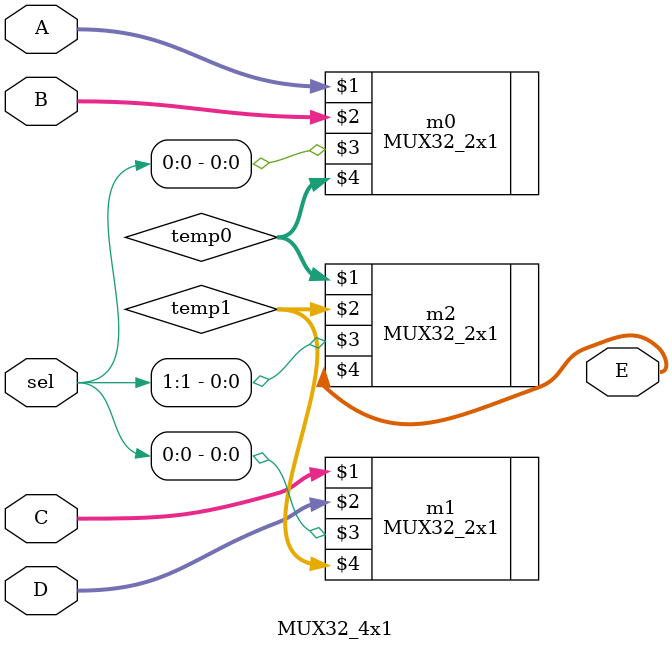
<source format=v>
`timescale 1ns / 1ps
module MUX32_4x1(input wire [31:0]A,
					input wire [31:0]B,
					input wire [31:0]C,
					input wire [31:0]D,
					input wire [1:0]sel,
					output wire [31:0]E
    );
wire [31:0]temp0;
wire [31:0]temp1;

MUX32_2x1 m0(A[31:0],B[31:0],sel[0],temp0[31:0]);
MUX32_2x1 m1(C[31:0],D[31:0],sel[0],temp1[31:0]);
MUX32_2x1 m2(temp0[31:0],temp1[31:0],sel[1],E[31:0]);

endmodule

</source>
